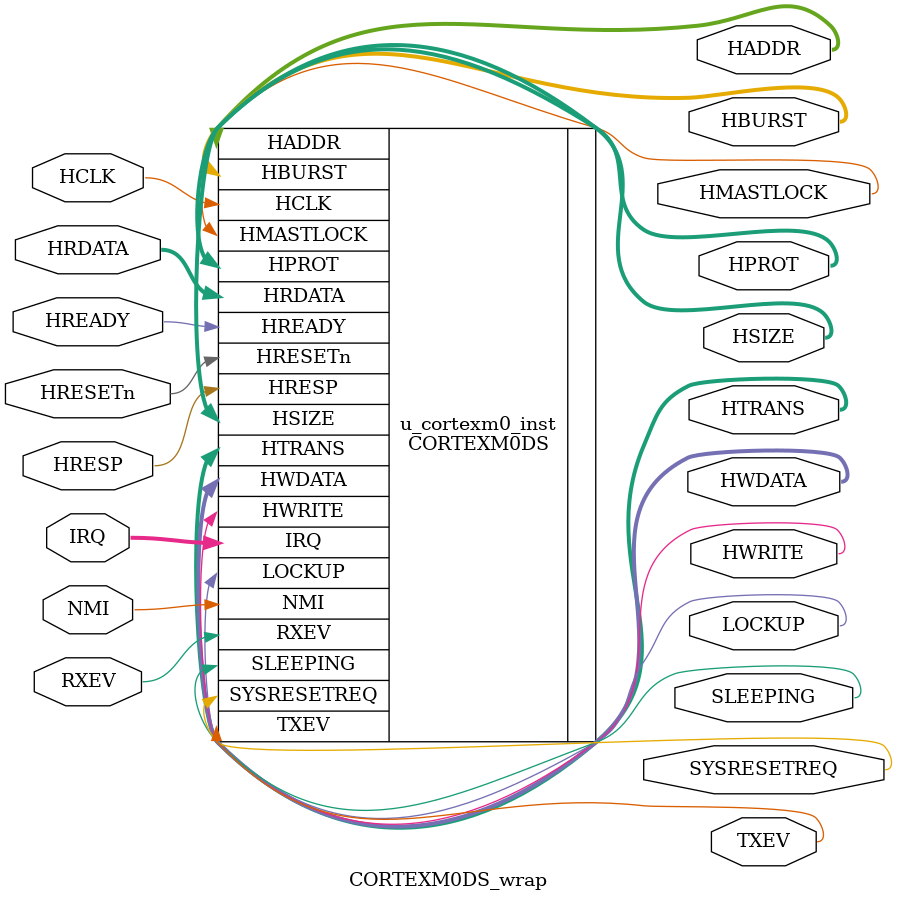
<source format=v>
module CORTEXM0DS_wrap (
  // CLOCK AND RESETS ------------------
  input  wire        HCLK,              // Clock
  input  wire        HRESETn,           // Asynchronous reset

  // AHB-LITE MASTER PORT --------------
  output wire [31:0] HADDR,             // AHB transaction address
  output wire [ 2:0] HBURST,            // AHB burst: tied to single
  output wire        HMASTLOCK,         // AHB locked transfer (always zero)
  output wire [ 3:0] HPROT,             // AHB protection: priv; data or inst
  output wire [ 2:0] HSIZE,             // AHB size: byte, half-word or word
  output wire [ 1:0] HTRANS,            // AHB transfer: non-sequential only
  output wire [31:0] HWDATA,            // AHB write-data
  output wire        HWRITE,            // AHB write control
  input  wire [31:0] HRDATA,            // AHB read-data
  input  wire        HREADY,            // AHB stall signal
  input  wire        HRESP,             // AHB error response

  // MISCELLANEOUS ---------------------
  input  wire        NMI,               // Non-maskable interrupt input
  input  wire [15:0] IRQ,               // Interrupt request inputs
  output wire        TXEV,              // Event output (SEV executed)
  input  wire        RXEV,              // Event input
  output wire        LOCKUP,            // Core is locked-up
  output wire        SYSRESETREQ,       // System reset request

  // POWER MANAGEMENT ------------------
  output wire        SLEEPING           // Core and NVIC sleeping
);




CORTEXM0DS  u_cortexm0_inst (
  .HCLK           (HCLK),            //input  wire         Clock
  .HRESETn        (HRESETn),         //input  wire         Asynchronous reset
  .HADDR          (HADDR),           //output wire [31:0]  AHB transaction address
  .HBURST         (HBURST),          //output wire [ 2:0]  AHB burst: tied to single
  .HMASTLOCK      (HMASTLOCK),       //output wire         AHB locked transfer (always zero)
  .HPROT          (HPROT),           //output wire [ 3:0]  AHB protection: priv; data or inst
  .HSIZE          (HSIZE),           //output wire [ 2:0]  AHB size: byte, half-word or word
  .HTRANS         (HTRANS),          //output wire [ 1:0]  AHB transfer: non-sequential only
  .HWDATA         (HWDATA),          //output wire [31:0]  AHB write-data
  .HWRITE         (HWRITE),          //output wire         AHB write control
  .HRDATA         (HRDATA),          //input  wire [31:0]  AHB read-data
  .HREADY         (HREADY),          //input  wire         AHB stall signal
  .HRESP          (HRESP),           //input  wire         AHB error response
  .NMI            (NMI),             //input  wire         Non-maskable interrupt input
  .IRQ            (IRQ),             //input  wire [15:0]  Interrupt request inputs
  .TXEV           (TXEV),            //output wire         Event output (SEV executed)
  .RXEV           (RXEV),            //input  wire         Event input
  .LOCKUP         (LOCKUP),          //output wire         Core is locked-up
  .SYSRESETREQ    (SYSRESETREQ),     //output wire         System reset request
  .SLEEPING       (SLEEPING)         //output wire         Core and NVIC sleeping
);

endmodule

</source>
